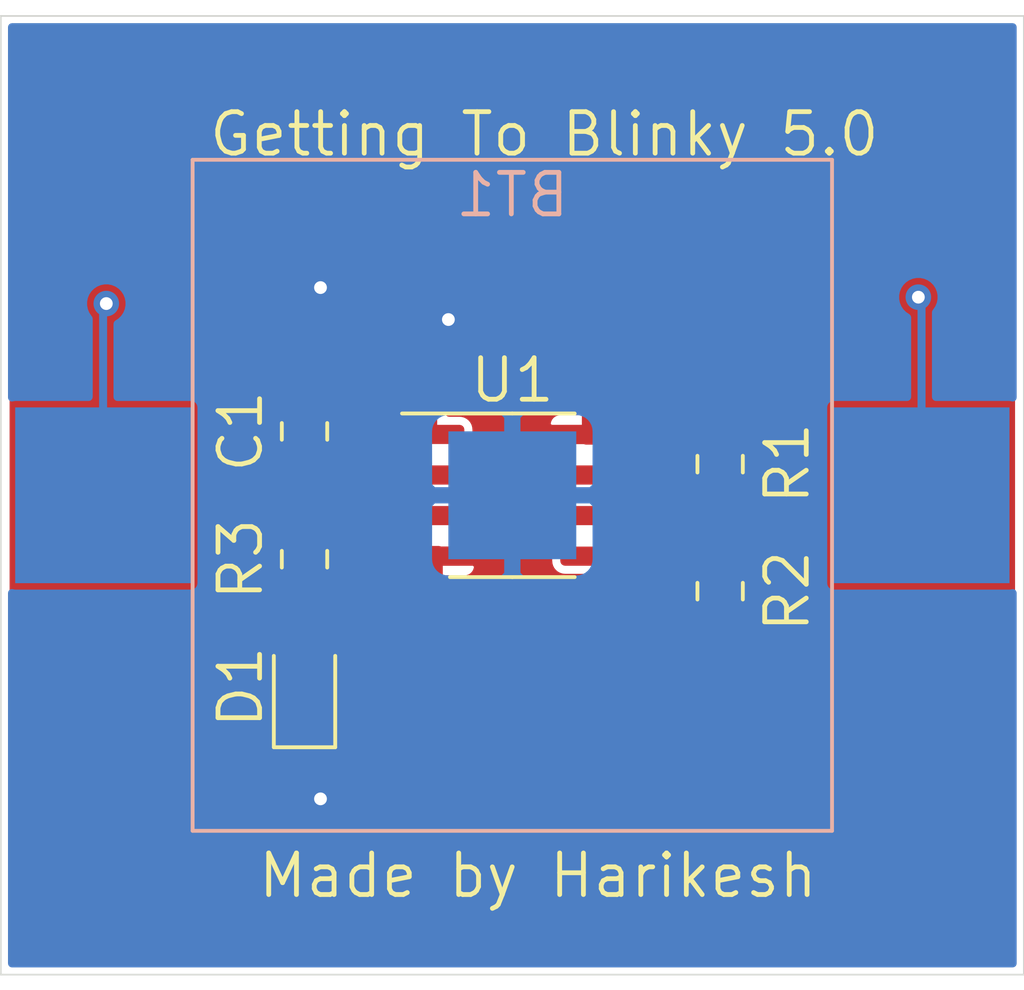
<source format=kicad_pcb>
(kicad_pcb (version 20171130) (host pcbnew "(5.1.6)-1")

  (general
    (thickness 1.6)
    (drawings 6)
    (tracks 35)
    (zones 0)
    (modules 7)
    (nets 8)
  )

  (page A4)
  (layers
    (0 F.Cu signal)
    (31 B.Cu signal)
    (32 B.Adhes user)
    (33 F.Adhes user)
    (34 B.Paste user)
    (35 F.Paste user)
    (36 B.SilkS user)
    (37 F.SilkS user)
    (38 B.Mask user)
    (39 F.Mask user)
    (40 Dwgs.User user)
    (41 Cmts.User user)
    (42 Eco1.User user)
    (43 Eco2.User user)
    (44 Edge.Cuts user)
    (45 Margin user)
    (46 B.CrtYd user)
    (47 F.CrtYd user)
    (48 B.Fab user)
    (49 F.Fab user)
  )

  (setup
    (last_trace_width 0.25)
    (trace_clearance 0.2)
    (zone_clearance 0.25)
    (zone_45_only no)
    (trace_min 0.2)
    (via_size 0.8)
    (via_drill 0.4)
    (via_min_size 0.4)
    (via_min_drill 0.3)
    (uvia_size 0.3)
    (uvia_drill 0.1)
    (uvias_allowed no)
    (uvia_min_size 0.2)
    (uvia_min_drill 0.1)
    (edge_width 0.05)
    (segment_width 0.2)
    (pcb_text_width 0.3)
    (pcb_text_size 1.5 1.5)
    (mod_edge_width 0.12)
    (mod_text_size 1.3 1.3)
    (mod_text_width 0.15)
    (pad_size 1.524 1.524)
    (pad_drill 0.762)
    (pad_to_mask_clearance 0.05)
    (aux_axis_origin 0 0)
    (visible_elements 7FFFFFFF)
    (pcbplotparams
      (layerselection 0x010fc_ffffffff)
      (usegerberextensions false)
      (usegerberattributes true)
      (usegerberadvancedattributes true)
      (creategerberjobfile true)
      (excludeedgelayer true)
      (linewidth 0.100000)
      (plotframeref false)
      (viasonmask false)
      (mode 1)
      (useauxorigin false)
      (hpglpennumber 1)
      (hpglpenspeed 20)
      (hpglpendiameter 15.000000)
      (psnegative false)
      (psa4output false)
      (plotreference true)
      (plotvalue false)
      (plotinvisibletext false)
      (padsonsilk false)
      (subtractmaskfromsilk false)
      (outputformat 1)
      (mirror false)
      (drillshape 0)
      (scaleselection 1)
      (outputdirectory "Gerbers/"))
  )

  (net 0 "")
  (net 1 "Net-(BT1-Pad1)")
  (net 2 GND)
  (net 3 "Net-(C1-Pad1)")
  (net 4 "Net-(D1-Pad2)")
  (net 5 "Net-(R1-Pad2)")
  (net 6 "Net-(R3-Pad1)")
  (net 7 "Net-(U1-Pad5)")

  (net_class Default "This is the default net class."
    (clearance 0.2)
    (trace_width 0.25)
    (via_dia 0.8)
    (via_drill 0.4)
    (uvia_dia 0.3)
    (uvia_drill 0.1)
    (add_net GND)
    (add_net "Net-(BT1-Pad1)")
    (add_net "Net-(C1-Pad1)")
    (add_net "Net-(D1-Pad2)")
    (add_net "Net-(R1-Pad2)")
    (add_net "Net-(R3-Pad1)")
    (add_net "Net-(U1-Pad5)")
  )

  (module Package_SO:SOIC-8_3.9x4.9mm_P1.27mm (layer F.Cu) (tedit 5D9F72B1) (tstamp 5F737343)
    (at 167 106.5)
    (descr "SOIC, 8 Pin (JEDEC MS-012AA, https://www.analog.com/media/en/package-pcb-resources/package/pkg_pdf/soic_narrow-r/r_8.pdf), generated with kicad-footprint-generator ipc_gullwing_generator.py")
    (tags "SOIC SO")
    (path /5F6A655F)
    (attr smd)
    (fp_text reference U1 (at 0 -3.6) (layer F.SilkS)
      (effects (font (size 1.3 1.3) (thickness 0.15)))
    )
    (fp_text value 7555 (at 0 3.4) (layer F.Fab) hide
      (effects (font (size 1 1) (thickness 0.15)))
    )
    (fp_line (start 3.7 -2.7) (end -3.7 -2.7) (layer F.CrtYd) (width 0.05))
    (fp_line (start 3.7 2.7) (end 3.7 -2.7) (layer F.CrtYd) (width 0.05))
    (fp_line (start -3.7 2.7) (end 3.7 2.7) (layer F.CrtYd) (width 0.05))
    (fp_line (start -3.7 -2.7) (end -3.7 2.7) (layer F.CrtYd) (width 0.05))
    (fp_line (start -1.95 -1.475) (end -0.975 -2.45) (layer F.Fab) (width 0.1))
    (fp_line (start -1.95 2.45) (end -1.95 -1.475) (layer F.Fab) (width 0.1))
    (fp_line (start 1.95 2.45) (end -1.95 2.45) (layer F.Fab) (width 0.1))
    (fp_line (start 1.95 -2.45) (end 1.95 2.45) (layer F.Fab) (width 0.1))
    (fp_line (start -0.975 -2.45) (end 1.95 -2.45) (layer F.Fab) (width 0.1))
    (fp_line (start 0 -2.56) (end -3.45 -2.56) (layer F.SilkS) (width 0.12))
    (fp_line (start 0 -2.56) (end 1.95 -2.56) (layer F.SilkS) (width 0.12))
    (fp_line (start 0 2.56) (end -1.95 2.56) (layer F.SilkS) (width 0.12))
    (fp_line (start 0 2.56) (end 1.95 2.56) (layer F.SilkS) (width 0.12))
    (fp_text user %R (at 0.215 0) (layer F.Fab)
      (effects (font (size 1 1) (thickness 0.15)))
    )
    (pad 1 smd roundrect (at -2.475 -1.905) (size 1.95 0.6) (layers F.Cu F.Paste F.Mask) (roundrect_rratio 0.25)
      (net 2 GND))
    (pad 2 smd roundrect (at -2.475 -0.635) (size 1.95 0.6) (layers F.Cu F.Paste F.Mask) (roundrect_rratio 0.25)
      (net 3 "Net-(C1-Pad1)"))
    (pad 3 smd roundrect (at -2.475 0.635) (size 1.95 0.6) (layers F.Cu F.Paste F.Mask) (roundrect_rratio 0.25)
      (net 6 "Net-(R3-Pad1)"))
    (pad 4 smd roundrect (at -2.475 1.905) (size 1.95 0.6) (layers F.Cu F.Paste F.Mask) (roundrect_rratio 0.25)
      (net 1 "Net-(BT1-Pad1)"))
    (pad 5 smd roundrect (at 2.475 1.905) (size 1.95 0.6) (layers F.Cu F.Paste F.Mask) (roundrect_rratio 0.25)
      (net 7 "Net-(U1-Pad5)"))
    (pad 6 smd roundrect (at 2.475 0.635) (size 1.95 0.6) (layers F.Cu F.Paste F.Mask) (roundrect_rratio 0.25)
      (net 3 "Net-(C1-Pad1)"))
    (pad 7 smd roundrect (at 2.475 -0.635) (size 1.95 0.6) (layers F.Cu F.Paste F.Mask) (roundrect_rratio 0.25)
      (net 5 "Net-(R1-Pad2)"))
    (pad 8 smd roundrect (at 2.475 -1.905) (size 1.95 0.6) (layers F.Cu F.Paste F.Mask) (roundrect_rratio 0.25)
      (net 1 "Net-(BT1-Pad1)"))
    (model ${KISYS3DMOD}/Package_SO.3dshapes/SOIC-8_3.9x4.9mm_P1.27mm.wrl
      (at (xyz 0 0 0))
      (scale (xyz 1 1 1))
      (rotate (xyz 0 0 0))
    )
  )

  (module Resistor_SMD:R_0805_2012Metric_Pad1.15x1.40mm_HandSolder (layer F.Cu) (tedit 5B36C52B) (tstamp 5F737329)
    (at 160.5 108.5 270)
    (descr "Resistor SMD 0805 (2012 Metric), square (rectangular) end terminal, IPC_7351 nominal with elongated pad for handsoldering. (Body size source: https://docs.google.com/spreadsheets/d/1BsfQQcO9C6DZCsRaXUlFlo91Tg2WpOkGARC1WS5S8t0/edit?usp=sharing), generated with kicad-footprint-generator")
    (tags "resistor handsolder")
    (path /5F6A75FE)
    (attr smd)
    (fp_text reference R3 (at 0 2 90) (layer F.SilkS)
      (effects (font (size 1.3 1.3) (thickness 0.15)))
    )
    (fp_text value 1k (at 0 1.65 90) (layer F.Fab) hide
      (effects (font (size 1 1) (thickness 0.15)))
    )
    (fp_text user %R (at 0 0 90) (layer F.Fab)
      (effects (font (size 1 1) (thickness 0.15)))
    )
    (fp_line (start -1 0.6) (end -1 -0.6) (layer F.Fab) (width 0.1))
    (fp_line (start -1 -0.6) (end 1 -0.6) (layer F.Fab) (width 0.1))
    (fp_line (start 1 -0.6) (end 1 0.6) (layer F.Fab) (width 0.1))
    (fp_line (start 1 0.6) (end -1 0.6) (layer F.Fab) (width 0.1))
    (fp_line (start -0.261252 -0.71) (end 0.261252 -0.71) (layer F.SilkS) (width 0.12))
    (fp_line (start -0.261252 0.71) (end 0.261252 0.71) (layer F.SilkS) (width 0.12))
    (fp_line (start -1.85 0.95) (end -1.85 -0.95) (layer F.CrtYd) (width 0.05))
    (fp_line (start -1.85 -0.95) (end 1.85 -0.95) (layer F.CrtYd) (width 0.05))
    (fp_line (start 1.85 -0.95) (end 1.85 0.95) (layer F.CrtYd) (width 0.05))
    (fp_line (start 1.85 0.95) (end -1.85 0.95) (layer F.CrtYd) (width 0.05))
    (pad 2 smd roundrect (at 1.025 0 270) (size 1.15 1.4) (layers F.Cu F.Paste F.Mask) (roundrect_rratio 0.217391)
      (net 4 "Net-(D1-Pad2)"))
    (pad 1 smd roundrect (at -1.025 0 270) (size 1.15 1.4) (layers F.Cu F.Paste F.Mask) (roundrect_rratio 0.217391)
      (net 6 "Net-(R3-Pad1)"))
    (model ${KISYS3DMOD}/Resistor_SMD.3dshapes/R_0805_2012Metric.wrl
      (at (xyz 0 0 0))
      (scale (xyz 1 1 1))
      (rotate (xyz 0 0 0))
    )
  )

  (module Resistor_SMD:R_0805_2012Metric_Pad1.15x1.40mm_HandSolder (layer F.Cu) (tedit 5B36C52B) (tstamp 5F737318)
    (at 173.5 109.5 270)
    (descr "Resistor SMD 0805 (2012 Metric), square (rectangular) end terminal, IPC_7351 nominal with elongated pad for handsoldering. (Body size source: https://docs.google.com/spreadsheets/d/1BsfQQcO9C6DZCsRaXUlFlo91Tg2WpOkGARC1WS5S8t0/edit?usp=sharing), generated with kicad-footprint-generator")
    (tags "resistor handsolder")
    (path /5F6A738F)
    (attr smd)
    (fp_text reference R2 (at 0 -2.1 90) (layer F.SilkS)
      (effects (font (size 1.3 1.3) (thickness 0.15)))
    )
    (fp_text value 470k (at 0 1.65 90) (layer F.Fab) hide
      (effects (font (size 1 1) (thickness 0.15)))
    )
    (fp_text user %R (at 0 0 90) (layer F.Fab)
      (effects (font (size 1 1) (thickness 0.15)))
    )
    (fp_line (start -1 0.6) (end -1 -0.6) (layer F.Fab) (width 0.1))
    (fp_line (start -1 -0.6) (end 1 -0.6) (layer F.Fab) (width 0.1))
    (fp_line (start 1 -0.6) (end 1 0.6) (layer F.Fab) (width 0.1))
    (fp_line (start 1 0.6) (end -1 0.6) (layer F.Fab) (width 0.1))
    (fp_line (start -0.261252 -0.71) (end 0.261252 -0.71) (layer F.SilkS) (width 0.12))
    (fp_line (start -0.261252 0.71) (end 0.261252 0.71) (layer F.SilkS) (width 0.12))
    (fp_line (start -1.85 0.95) (end -1.85 -0.95) (layer F.CrtYd) (width 0.05))
    (fp_line (start -1.85 -0.95) (end 1.85 -0.95) (layer F.CrtYd) (width 0.05))
    (fp_line (start 1.85 -0.95) (end 1.85 0.95) (layer F.CrtYd) (width 0.05))
    (fp_line (start 1.85 0.95) (end -1.85 0.95) (layer F.CrtYd) (width 0.05))
    (pad 2 smd roundrect (at 1.025 0 270) (size 1.15 1.4) (layers F.Cu F.Paste F.Mask) (roundrect_rratio 0.217391)
      (net 3 "Net-(C1-Pad1)"))
    (pad 1 smd roundrect (at -1.025 0 270) (size 1.15 1.4) (layers F.Cu F.Paste F.Mask) (roundrect_rratio 0.217391)
      (net 5 "Net-(R1-Pad2)"))
    (model ${KISYS3DMOD}/Resistor_SMD.3dshapes/R_0805_2012Metric.wrl
      (at (xyz 0 0 0))
      (scale (xyz 1 1 1))
      (rotate (xyz 0 0 0))
    )
  )

  (module Resistor_SMD:R_0805_2012Metric_Pad1.15x1.40mm_HandSolder (layer F.Cu) (tedit 5B36C52B) (tstamp 5F737307)
    (at 173.5 105.525 270)
    (descr "Resistor SMD 0805 (2012 Metric), square (rectangular) end terminal, IPC_7351 nominal with elongated pad for handsoldering. (Body size source: https://docs.google.com/spreadsheets/d/1BsfQQcO9C6DZCsRaXUlFlo91Tg2WpOkGARC1WS5S8t0/edit?usp=sharing), generated with kicad-footprint-generator")
    (tags "resistor handsolder")
    (path /5F6A714D)
    (attr smd)
    (fp_text reference R1 (at -0.025 -2.1 90) (layer F.SilkS)
      (effects (font (size 1.3 1.3) (thickness 0.15)))
    )
    (fp_text value 1k (at 0 1.65 90) (layer F.Fab) hide
      (effects (font (size 1 1) (thickness 0.15)))
    )
    (fp_text user %R (at 0 0 90) (layer F.Fab)
      (effects (font (size 1 1) (thickness 0.15)))
    )
    (fp_line (start -1 0.6) (end -1 -0.6) (layer F.Fab) (width 0.1))
    (fp_line (start -1 -0.6) (end 1 -0.6) (layer F.Fab) (width 0.1))
    (fp_line (start 1 -0.6) (end 1 0.6) (layer F.Fab) (width 0.1))
    (fp_line (start 1 0.6) (end -1 0.6) (layer F.Fab) (width 0.1))
    (fp_line (start -0.261252 -0.71) (end 0.261252 -0.71) (layer F.SilkS) (width 0.12))
    (fp_line (start -0.261252 0.71) (end 0.261252 0.71) (layer F.SilkS) (width 0.12))
    (fp_line (start -1.85 0.95) (end -1.85 -0.95) (layer F.CrtYd) (width 0.05))
    (fp_line (start -1.85 -0.95) (end 1.85 -0.95) (layer F.CrtYd) (width 0.05))
    (fp_line (start 1.85 -0.95) (end 1.85 0.95) (layer F.CrtYd) (width 0.05))
    (fp_line (start 1.85 0.95) (end -1.85 0.95) (layer F.CrtYd) (width 0.05))
    (pad 2 smd roundrect (at 1.025 0 270) (size 1.15 1.4) (layers F.Cu F.Paste F.Mask) (roundrect_rratio 0.217391)
      (net 5 "Net-(R1-Pad2)"))
    (pad 1 smd roundrect (at -1.025 0 270) (size 1.15 1.4) (layers F.Cu F.Paste F.Mask) (roundrect_rratio 0.217391)
      (net 1 "Net-(BT1-Pad1)"))
    (model ${KISYS3DMOD}/Resistor_SMD.3dshapes/R_0805_2012Metric.wrl
      (at (xyz 0 0 0))
      (scale (xyz 1 1 1))
      (rotate (xyz 0 0 0))
    )
  )

  (module LED_SMD:LED_0805_2012Metric_Pad1.15x1.40mm_HandSolder (layer F.Cu) (tedit 5B4B45C9) (tstamp 5F7372F6)
    (at 160.5 112.525 90)
    (descr "LED SMD 0805 (2012 Metric), square (rectangular) end terminal, IPC_7351 nominal, (Body size source: https://docs.google.com/spreadsheets/d/1BsfQQcO9C6DZCsRaXUlFlo91Tg2WpOkGARC1WS5S8t0/edit?usp=sharing), generated with kicad-footprint-generator")
    (tags "LED handsolder")
    (path /5F6A82E5)
    (attr smd)
    (fp_text reference D1 (at 0.025 -2 90) (layer F.SilkS)
      (effects (font (size 1.3 1.3) (thickness 0.15)))
    )
    (fp_text value LED (at 0 1.65 90) (layer F.Fab) hide
      (effects (font (size 1 1) (thickness 0.15)))
    )
    (fp_text user %R (at 0 0 90) (layer F.Fab)
      (effects (font (size 1 1) (thickness 0.15)))
    )
    (fp_line (start 1 -0.6) (end -0.7 -0.6) (layer F.Fab) (width 0.1))
    (fp_line (start -0.7 -0.6) (end -1 -0.3) (layer F.Fab) (width 0.1))
    (fp_line (start -1 -0.3) (end -1 0.6) (layer F.Fab) (width 0.1))
    (fp_line (start -1 0.6) (end 1 0.6) (layer F.Fab) (width 0.1))
    (fp_line (start 1 0.6) (end 1 -0.6) (layer F.Fab) (width 0.1))
    (fp_line (start 1 -0.96) (end -1.86 -0.96) (layer F.SilkS) (width 0.12))
    (fp_line (start -1.86 -0.96) (end -1.86 0.96) (layer F.SilkS) (width 0.12))
    (fp_line (start -1.86 0.96) (end 1 0.96) (layer F.SilkS) (width 0.12))
    (fp_line (start -1.85 0.95) (end -1.85 -0.95) (layer F.CrtYd) (width 0.05))
    (fp_line (start -1.85 -0.95) (end 1.85 -0.95) (layer F.CrtYd) (width 0.05))
    (fp_line (start 1.85 -0.95) (end 1.85 0.95) (layer F.CrtYd) (width 0.05))
    (fp_line (start 1.85 0.95) (end -1.85 0.95) (layer F.CrtYd) (width 0.05))
    (pad 2 smd roundrect (at 1.025 0 90) (size 1.15 1.4) (layers F.Cu F.Paste F.Mask) (roundrect_rratio 0.217391)
      (net 4 "Net-(D1-Pad2)"))
    (pad 1 smd roundrect (at -1.025 0 90) (size 1.15 1.4) (layers F.Cu F.Paste F.Mask) (roundrect_rratio 0.217391)
      (net 2 GND))
    (model ${KISYS3DMOD}/LED_SMD.3dshapes/LED_0805_2012Metric.wrl
      (at (xyz 0 0 0))
      (scale (xyz 1 1 1))
      (rotate (xyz 0 0 0))
    )
  )

  (module Capacitor_SMD:C_0805_2012Metric_Pad1.15x1.40mm_HandSolder (layer F.Cu) (tedit 5B36C52B) (tstamp 5F7372E3)
    (at 160.5 104.5 90)
    (descr "Capacitor SMD 0805 (2012 Metric), square (rectangular) end terminal, IPC_7351 nominal with elongated pad for handsoldering. (Body size source: https://docs.google.com/spreadsheets/d/1BsfQQcO9C6DZCsRaXUlFlo91Tg2WpOkGARC1WS5S8t0/edit?usp=sharing), generated with kicad-footprint-generator")
    (tags "capacitor handsolder")
    (path /5F6A7C2D)
    (attr smd)
    (fp_text reference C1 (at 0 -2 90) (layer F.SilkS)
      (effects (font (size 1.3 1.3) (thickness 0.15)))
    )
    (fp_text value 1U (at 0 1.65 90) (layer F.Fab) hide
      (effects (font (size 1 1) (thickness 0.15)))
    )
    (fp_text user %R (at 0 0 90) (layer F.Fab)
      (effects (font (size 1 1) (thickness 0.15)))
    )
    (fp_line (start -1 0.6) (end -1 -0.6) (layer F.Fab) (width 0.1))
    (fp_line (start -1 -0.6) (end 1 -0.6) (layer F.Fab) (width 0.1))
    (fp_line (start 1 -0.6) (end 1 0.6) (layer F.Fab) (width 0.1))
    (fp_line (start 1 0.6) (end -1 0.6) (layer F.Fab) (width 0.1))
    (fp_line (start -0.261252 -0.71) (end 0.261252 -0.71) (layer F.SilkS) (width 0.12))
    (fp_line (start -0.261252 0.71) (end 0.261252 0.71) (layer F.SilkS) (width 0.12))
    (fp_line (start -1.85 0.95) (end -1.85 -0.95) (layer F.CrtYd) (width 0.05))
    (fp_line (start -1.85 -0.95) (end 1.85 -0.95) (layer F.CrtYd) (width 0.05))
    (fp_line (start 1.85 -0.95) (end 1.85 0.95) (layer F.CrtYd) (width 0.05))
    (fp_line (start 1.85 0.95) (end -1.85 0.95) (layer F.CrtYd) (width 0.05))
    (pad 2 smd roundrect (at 1.025 0 90) (size 1.15 1.4) (layers F.Cu F.Paste F.Mask) (roundrect_rratio 0.217391)
      (net 2 GND))
    (pad 1 smd roundrect (at -1.025 0 90) (size 1.15 1.4) (layers F.Cu F.Paste F.Mask) (roundrect_rratio 0.217391)
      (net 3 "Net-(C1-Pad1)"))
    (model ${KISYS3DMOD}/Capacitor_SMD.3dshapes/C_0805_2012Metric.wrl
      (at (xyz 0 0 0))
      (scale (xyz 1 1 1))
      (rotate (xyz 0 0 0))
    )
  )

  (module "First time PCB:S8211-46R" (layer B.Cu) (tedit 5F735C8A) (tstamp 5F7373DD)
    (at 167 106.5)
    (path /5F6A9289)
    (fp_text reference BT1 (at 0 -9.4) (layer B.SilkS)
      (effects (font (size 1.3 1.3) (thickness 0.15)) (justify mirror))
    )
    (fp_text value CR2032 (at 0 5.08) (layer B.Fab) hide
      (effects (font (size 1 1) (thickness 0.15)) (justify mirror))
    )
    (fp_line (start -10 10.5) (end 10 10.5) (layer B.SilkS) (width 0.12))
    (fp_line (start 10 10.5) (end 10 -10.5) (layer B.SilkS) (width 0.12))
    (fp_line (start 10 -10.5) (end -10 -10.5) (layer B.SilkS) (width 0.12))
    (fp_line (start -10 -10.5) (end -10 10.5) (layer B.SilkS) (width 0.12))
    (fp_line (start -15.5 0) (end -15.5 13.5) (layer B.CrtYd) (width 0.12))
    (fp_line (start -15.5 13.5) (end 15.5 13.5) (layer B.CrtYd) (width 0.12))
    (fp_line (start 15.5 13.5) (end 15.5 -13.5) (layer B.CrtYd) (width 0.12))
    (fp_line (start 15.5 -13.5) (end -15.5 -13.5) (layer B.CrtYd) (width 0.12))
    (fp_line (start -15.5 -13.5) (end -15.5 0) (layer B.CrtYd) (width 0.12))
    (pad 1 smd rect (at 12.8 0) (size 5.5 5.5) (layers B.Cu B.Paste B.Mask)
      (net 1 "Net-(BT1-Pad1)"))
    (pad 2 smd rect (at 0 0) (size 4 4) (layers B.Cu B.Paste B.Mask)
      (net 2 GND))
    (pad 1 smd rect (at -12.8 0) (size 5.5 5.5) (layers B.Cu B.Paste B.Mask)
      (net 1 "Net-(BT1-Pad1)"))
  )

  (gr_text "Made by Harikesh\n" (at 167.8 118.4) (layer F.SilkS)
    (effects (font (size 1.3 1.3) (thickness 0.15)))
  )
  (gr_text "Getting To Blinky 5.0\n" (at 168 95.2) (layer F.SilkS)
    (effects (font (size 1.3 1.3) (thickness 0.15)))
  )
  (gr_line (start 183 91.5) (end 151 91.5) (layer Edge.Cuts) (width 0.05) (tstamp 5F7374D2))
  (gr_line (start 183 121.5) (end 183 91.5) (layer Edge.Cuts) (width 0.05))
  (gr_line (start 151 121.5) (end 183 121.5) (layer Edge.Cuts) (width 0.05))
  (gr_line (start 151 91.5) (end 151 121.5) (layer Edge.Cuts) (width 0.05))

  (segment (start 173.405 104.595) (end 173.5 104.5) (width 0.25) (layer F.Cu) (net 1))
  (segment (start 169.475 104.595) (end 173.405 104.595) (width 0.25) (layer F.Cu) (net 1))
  (segment (start 154.2 106.5) (end 154.2 100.6) (width 0.25) (layer B.Cu) (net 1))
  (via (at 154.3 100.5) (size 0.8) (drill 0.4) (layers F.Cu B.Cu) (net 1))
  (segment (start 154.2 100.6) (end 154.3 100.5) (width 0.25) (layer B.Cu) (net 1))
  (via (at 179.7 100.3) (size 0.8) (drill 0.4) (layers F.Cu B.Cu) (net 1))
  (segment (start 179.8 106.5) (end 179.8 100.4) (width 0.25) (layer B.Cu) (net 1))
  (segment (start 179.8 100.4) (end 179.7 100.3) (width 0.25) (layer B.Cu) (net 1))
  (via (at 161 116) (size 0.8) (drill 0.4) (layers F.Cu B.Cu) (net 2))
  (segment (start 160.5 113.55) (end 160.5 115.5) (width 0.25) (layer F.Cu) (net 2))
  (segment (start 160.5 115.5) (end 161 116) (width 0.25) (layer F.Cu) (net 2))
  (segment (start 167 110) (end 167 106.5) (width 0.25) (layer B.Cu) (net 2))
  (segment (start 161 116) (end 167 110) (width 0.25) (layer B.Cu) (net 2))
  (segment (start 160.5 103.475) (end 160.5 100.5) (width 0.25) (layer F.Cu) (net 2))
  (via (at 161 100) (size 0.8) (drill 0.4) (layers F.Cu B.Cu) (net 2))
  (segment (start 160.5 100.5) (end 161 100) (width 0.25) (layer F.Cu) (net 2))
  (via (at 165 101) (size 0.8) (drill 0.4) (layers F.Cu B.Cu) (net 2))
  (segment (start 164.525 104.595) (end 164.525 101.475) (width 0.25) (layer F.Cu) (net 2))
  (segment (start 164.525 101.475) (end 165 101) (width 0.25) (layer F.Cu) (net 2))
  (segment (start 160.5 105.525) (end 161.725 105.525) (width 0.25) (layer F.Cu) (net 3))
  (segment (start 162.065 105.865) (end 164.525 105.865) (width 0.25) (layer F.Cu) (net 3))
  (segment (start 161.725 105.525) (end 162.065 105.865) (width 0.25) (layer F.Cu) (net 3))
  (segment (start 173.5 110.185) (end 173.5 110.525) (width 0.25) (layer F.Cu) (net 3))
  (segment (start 170.45 107.135) (end 173.5 110.185) (width 0.25) (layer F.Cu) (net 3))
  (segment (start 169.475 107.135) (end 170.45 107.135) (width 0.25) (layer F.Cu) (net 3))
  (segment (start 166.77 107.135) (end 169.475 107.135) (width 0.25) (layer F.Cu) (net 3))
  (segment (start 165.5 105.865) (end 166.77 107.135) (width 0.25) (layer F.Cu) (net 3))
  (segment (start 164.525 105.865) (end 165.5 105.865) (width 0.25) (layer F.Cu) (net 3))
  (segment (start 160.5 109.525) (end 160.5 111.5) (width 0.25) (layer F.Cu) (net 4))
  (segment (start 172.815 105.865) (end 173.5 106.55) (width 0.25) (layer F.Cu) (net 5))
  (segment (start 169.475 105.865) (end 172.815 105.865) (width 0.25) (layer F.Cu) (net 5))
  (segment (start 173.5 106.55) (end 173.5 108.475) (width 0.25) (layer F.Cu) (net 5))
  (segment (start 160.5 107.475) (end 161.575 107.475) (width 0.25) (layer F.Cu) (net 6))
  (segment (start 161.915 107.135) (end 164.525 107.135) (width 0.25) (layer F.Cu) (net 6))
  (segment (start 161.575 107.475) (end 161.915 107.135) (width 0.25) (layer F.Cu) (net 6))

  (zone (net 1) (net_name "Net-(BT1-Pad1)") (layer F.Cu) (tstamp 5F73809B) (hatch edge 0.508)
    (connect_pads (clearance 0.25))
    (min_thickness 0.25)
    (fill yes (arc_segments 32) (thermal_gap 0.3) (thermal_bridge_width 0.6))
    (polygon
      (pts
        (xy 183 122) (xy 151 122) (xy 151 91) (xy 183 91)
      )
    )
    (filled_polygon
      (pts
        (xy 182.6 121.1) (xy 151.4 121.1) (xy 151.4 113.224999) (xy 159.423186 113.224999) (xy 159.423186 113.875001)
        (xy 159.43523 113.997286) (xy 159.470899 114.114872) (xy 159.528823 114.22324) (xy 159.606775 114.318225) (xy 159.70176 114.396177)
        (xy 159.810128 114.454101) (xy 159.927714 114.48977) (xy 160 114.49689) (xy 160.000001 115.47543) (xy 159.997581 115.5)
        (xy 160.007235 115.598017) (xy 160.035826 115.692267) (xy 160.082255 115.779129) (xy 160.144737 115.855264) (xy 160.163819 115.870924)
        (xy 160.225 115.932105) (xy 160.225 116.076331) (xy 160.254783 116.226059) (xy 160.313204 116.3671) (xy 160.398018 116.494034)
        (xy 160.505966 116.601982) (xy 160.6329 116.686796) (xy 160.773941 116.745217) (xy 160.923669 116.775) (xy 161.076331 116.775)
        (xy 161.226059 116.745217) (xy 161.3671 116.686796) (xy 161.494034 116.601982) (xy 161.601982 116.494034) (xy 161.686796 116.3671)
        (xy 161.745217 116.226059) (xy 161.775 116.076331) (xy 161.775 115.923669) (xy 161.745217 115.773941) (xy 161.686796 115.6329)
        (xy 161.601982 115.505966) (xy 161.494034 115.398018) (xy 161.3671 115.313204) (xy 161.226059 115.254783) (xy 161.076331 115.225)
        (xy 161 115.225) (xy 161 114.49689) (xy 161.072286 114.48977) (xy 161.189872 114.454101) (xy 161.29824 114.396177)
        (xy 161.393225 114.318225) (xy 161.471177 114.22324) (xy 161.529101 114.114872) (xy 161.56477 113.997286) (xy 161.576814 113.875001)
        (xy 161.576814 113.224999) (xy 161.56477 113.102714) (xy 161.529101 112.985128) (xy 161.471177 112.87676) (xy 161.393225 112.781775)
        (xy 161.29824 112.703823) (xy 161.189872 112.645899) (xy 161.072286 112.61023) (xy 160.950001 112.598186) (xy 160.049999 112.598186)
        (xy 159.927714 112.61023) (xy 159.810128 112.645899) (xy 159.70176 112.703823) (xy 159.606775 112.781775) (xy 159.528823 112.87676)
        (xy 159.470899 112.985128) (xy 159.43523 113.102714) (xy 159.423186 113.224999) (xy 151.4 113.224999) (xy 151.4 109.199999)
        (xy 159.423186 109.199999) (xy 159.423186 109.850001) (xy 159.43523 109.972286) (xy 159.470899 110.089872) (xy 159.528823 110.19824)
        (xy 159.606775 110.293225) (xy 159.70176 110.371177) (xy 159.810128 110.429101) (xy 159.927714 110.46477) (xy 160 110.47189)
        (xy 160.000001 110.55311) (xy 159.927714 110.56023) (xy 159.810128 110.595899) (xy 159.70176 110.653823) (xy 159.606775 110.731775)
        (xy 159.528823 110.82676) (xy 159.470899 110.935128) (xy 159.43523 111.052714) (xy 159.423186 111.174999) (xy 159.423186 111.825001)
        (xy 159.43523 111.947286) (xy 159.470899 112.064872) (xy 159.528823 112.17324) (xy 159.606775 112.268225) (xy 159.70176 112.346177)
        (xy 159.810128 112.404101) (xy 159.927714 112.43977) (xy 160.049999 112.451814) (xy 160.950001 112.451814) (xy 161.072286 112.43977)
        (xy 161.189872 112.404101) (xy 161.29824 112.346177) (xy 161.393225 112.268225) (xy 161.471177 112.17324) (xy 161.529101 112.064872)
        (xy 161.56477 111.947286) (xy 161.576814 111.825001) (xy 161.576814 111.174999) (xy 161.56477 111.052714) (xy 161.529101 110.935128)
        (xy 161.471177 110.82676) (xy 161.393225 110.731775) (xy 161.29824 110.653823) (xy 161.189872 110.595899) (xy 161.072286 110.56023)
        (xy 161 110.55311) (xy 161 110.47189) (xy 161.072286 110.46477) (xy 161.189872 110.429101) (xy 161.29824 110.371177)
        (xy 161.393225 110.293225) (xy 161.471177 110.19824) (xy 161.529101 110.089872) (xy 161.56477 109.972286) (xy 161.576814 109.850001)
        (xy 161.576814 109.199999) (xy 161.56477 109.077714) (xy 161.529101 108.960128) (xy 161.471177 108.85176) (xy 161.393225 108.756775)
        (xy 161.330137 108.705) (xy 163.122944 108.705) (xy 163.13115 108.788314) (xy 163.155452 108.868427) (xy 163.194916 108.94226)
        (xy 163.248026 109.006974) (xy 163.31274 109.060084) (xy 163.386573 109.099548) (xy 163.466686 109.12385) (xy 163.55 109.132056)
        (xy 164.24375 109.13) (xy 164.35 109.02375) (xy 164.35 108.58) (xy 164.7 108.58) (xy 164.7 109.02375)
        (xy 164.80625 109.13) (xy 165.5 109.132056) (xy 165.583314 109.12385) (xy 165.663427 109.099548) (xy 165.73726 109.060084)
        (xy 165.801974 109.006974) (xy 165.855084 108.94226) (xy 165.894548 108.868427) (xy 165.91885 108.788314) (xy 165.927056 108.705)
        (xy 165.925 108.68625) (xy 165.81875 108.58) (xy 164.7 108.58) (xy 164.35 108.58) (xy 163.23125 108.58)
        (xy 163.125 108.68625) (xy 163.122944 108.705) (xy 161.330137 108.705) (xy 161.29824 108.678823) (xy 161.189872 108.620899)
        (xy 161.072286 108.58523) (xy 160.950001 108.573186) (xy 160.049999 108.573186) (xy 159.927714 108.58523) (xy 159.810128 108.620899)
        (xy 159.70176 108.678823) (xy 159.606775 108.756775) (xy 159.528823 108.85176) (xy 159.470899 108.960128) (xy 159.43523 109.077714)
        (xy 159.423186 109.199999) (xy 151.4 109.199999) (xy 151.4 105.199999) (xy 159.423186 105.199999) (xy 159.423186 105.850001)
        (xy 159.43523 105.972286) (xy 159.470899 106.089872) (xy 159.528823 106.19824) (xy 159.606775 106.293225) (xy 159.70176 106.371177)
        (xy 159.810128 106.429101) (xy 159.927714 106.46477) (xy 160.049999 106.476814) (xy 160.950001 106.476814) (xy 161.072286 106.46477)
        (xy 161.189872 106.429101) (xy 161.29824 106.371177) (xy 161.393225 106.293225) (xy 161.471177 106.19824) (xy 161.529101 106.089872)
        (xy 161.541591 106.048697) (xy 161.694079 106.201186) (xy 161.709736 106.220264) (xy 161.785871 106.282746) (xy 161.872733 106.329175)
        (xy 161.966871 106.357731) (xy 161.966983 106.357765) (xy 162.065 106.367419) (xy 162.08956 106.365) (xy 163.309009 106.365)
        (xy 163.327486 106.387514) (xy 163.407318 106.45303) (xy 163.495192 106.5) (xy 163.407318 106.54697) (xy 163.327486 106.612486)
        (xy 163.309009 106.635) (xy 161.93956 106.635) (xy 161.915 106.632581) (xy 161.89044 106.635) (xy 161.816983 106.642235)
        (xy 161.722733 106.670825) (xy 161.635871 106.717254) (xy 161.559736 106.779736) (xy 161.544081 106.798812) (xy 161.495545 106.847349)
        (xy 161.471177 106.80176) (xy 161.393225 106.706775) (xy 161.29824 106.628823) (xy 161.189872 106.570899) (xy 161.072286 106.53523)
        (xy 160.950001 106.523186) (xy 160.049999 106.523186) (xy 159.927714 106.53523) (xy 159.810128 106.570899) (xy 159.70176 106.628823)
        (xy 159.606775 106.706775) (xy 159.528823 106.80176) (xy 159.470899 106.910128) (xy 159.43523 107.027714) (xy 159.423186 107.149999)
        (xy 159.423186 107.800001) (xy 159.43523 107.922286) (xy 159.470899 108.039872) (xy 159.528823 108.14824) (xy 159.606775 108.243225)
        (xy 159.70176 108.321177) (xy 159.810128 108.379101) (xy 159.927714 108.41477) (xy 160.049999 108.426814) (xy 160.950001 108.426814)
        (xy 161.072286 108.41477) (xy 161.189872 108.379101) (xy 161.29824 108.321177) (xy 161.393225 108.243225) (xy 161.471177 108.14824)
        (xy 161.529101 108.039872) (xy 161.54878 107.975) (xy 161.55044 107.975) (xy 161.575 107.977419) (xy 161.59956 107.975)
        (xy 161.673017 107.967765) (xy 161.767267 107.939175) (xy 161.854129 107.892746) (xy 161.930264 107.830264) (xy 161.945928 107.811177)
        (xy 162.122106 107.635) (xy 163.309009 107.635) (xy 163.327486 107.657514) (xy 163.390529 107.709252) (xy 163.386573 107.710452)
        (xy 163.31274 107.749916) (xy 163.248026 107.803026) (xy 163.194916 107.86774) (xy 163.155452 107.941573) (xy 163.13115 108.021686)
        (xy 163.122944 108.105) (xy 163.125 108.12375) (xy 163.23125 108.23) (xy 164.35 108.23) (xy 164.35 108.21)
        (xy 164.7 108.21) (xy 164.7 108.23) (xy 165.81875 108.23) (xy 165.925 108.12375) (xy 165.927056 108.105)
        (xy 165.91885 108.021686) (xy 165.894548 107.941573) (xy 165.855084 107.86774) (xy 165.801974 107.803026) (xy 165.73726 107.749916)
        (xy 165.663427 107.710452) (xy 165.659471 107.709252) (xy 165.722514 107.657514) (xy 165.78803 107.577682) (xy 165.836713 107.486603)
        (xy 165.866691 107.387776) (xy 165.876814 107.285) (xy 165.876814 106.985) (xy 165.872872 106.944978) (xy 166.399079 107.471186)
        (xy 166.414736 107.490264) (xy 166.490871 107.552746) (xy 166.577733 107.599175) (xy 166.671983 107.627765) (xy 166.74544 107.635)
        (xy 166.745441 107.635) (xy 166.769999 107.637419) (xy 166.794557 107.635) (xy 168.259009 107.635) (xy 168.277486 107.657514)
        (xy 168.357318 107.72303) (xy 168.445192 107.77) (xy 168.357318 107.81697) (xy 168.277486 107.882486) (xy 168.21197 107.962318)
        (xy 168.163287 108.053397) (xy 168.133309 108.152224) (xy 168.123186 108.255) (xy 168.123186 108.555) (xy 168.133309 108.657776)
        (xy 168.163287 108.756603) (xy 168.21197 108.847682) (xy 168.277486 108.927514) (xy 168.357318 108.99303) (xy 168.448397 109.041713)
        (xy 168.547224 109.071691) (xy 168.65 109.081814) (xy 170.3 109.081814) (xy 170.402776 109.071691) (xy 170.501603 109.041713)
        (xy 170.592682 108.99303) (xy 170.672514 108.927514) (xy 170.73803 108.847682) (xy 170.786713 108.756603) (xy 170.816691 108.657776)
        (xy 170.826814 108.555) (xy 170.826814 108.255) (xy 170.822872 108.214977) (xy 172.504729 109.896836) (xy 172.470899 109.960128)
        (xy 172.43523 110.077714) (xy 172.423186 110.199999) (xy 172.423186 110.850001) (xy 172.43523 110.972286) (xy 172.470899 111.089872)
        (xy 172.528823 111.19824) (xy 172.606775 111.293225) (xy 172.70176 111.371177) (xy 172.810128 111.429101) (xy 172.927714 111.46477)
        (xy 173.049999 111.476814) (xy 173.950001 111.476814) (xy 174.072286 111.46477) (xy 174.189872 111.429101) (xy 174.29824 111.371177)
        (xy 174.393225 111.293225) (xy 174.471177 111.19824) (xy 174.529101 111.089872) (xy 174.56477 110.972286) (xy 174.576814 110.850001)
        (xy 174.576814 110.199999) (xy 174.56477 110.077714) (xy 174.529101 109.960128) (xy 174.471177 109.85176) (xy 174.393225 109.756775)
        (xy 174.29824 109.678823) (xy 174.189872 109.620899) (xy 174.072286 109.58523) (xy 173.950001 109.573186) (xy 173.595293 109.573186)
        (xy 173.448921 109.426814) (xy 173.950001 109.426814) (xy 174.072286 109.41477) (xy 174.189872 109.379101) (xy 174.29824 109.321177)
        (xy 174.393225 109.243225) (xy 174.471177 109.14824) (xy 174.529101 109.039872) (xy 174.56477 108.922286) (xy 174.576814 108.800001)
        (xy 174.576814 108.149999) (xy 174.56477 108.027714) (xy 174.529101 107.910128) (xy 174.471177 107.80176) (xy 174.393225 107.706775)
        (xy 174.29824 107.628823) (xy 174.189872 107.570899) (xy 174.072286 107.53523) (xy 174 107.52811) (xy 174 107.49689)
        (xy 174.072286 107.48977) (xy 174.189872 107.454101) (xy 174.29824 107.396177) (xy 174.393225 107.318225) (xy 174.471177 107.22324)
        (xy 174.529101 107.114872) (xy 174.56477 106.997286) (xy 174.576814 106.875001) (xy 174.576814 106.224999) (xy 174.56477 106.102714)
        (xy 174.529101 105.985128) (xy 174.471177 105.87676) (xy 174.393225 105.781775) (xy 174.29824 105.703823) (xy 174.189872 105.645899)
        (xy 174.072286 105.61023) (xy 173.950001 105.598186) (xy 173.255291 105.598186) (xy 173.185929 105.528824) (xy 173.170264 105.509736)
        (xy 173.158759 105.500295) (xy 173.21875 105.5) (xy 173.325 105.39375) (xy 173.325 104.675) (xy 173.675 104.675)
        (xy 173.675 105.39375) (xy 173.78125 105.5) (xy 174.2 105.502056) (xy 174.283314 105.49385) (xy 174.363427 105.469548)
        (xy 174.43726 105.430084) (xy 174.501974 105.376974) (xy 174.555084 105.31226) (xy 174.594548 105.238427) (xy 174.61885 105.158314)
        (xy 174.627056 105.075) (xy 174.625 104.78125) (xy 174.51875 104.675) (xy 173.675 104.675) (xy 173.325 104.675)
        (xy 172.48125 104.675) (xy 172.375 104.78125) (xy 172.372944 105.075) (xy 172.38115 105.158314) (xy 172.405452 105.238427)
        (xy 172.444916 105.31226) (xy 172.488199 105.365) (xy 170.690991 105.365) (xy 170.672514 105.342486) (xy 170.609471 105.290748)
        (xy 170.613427 105.289548) (xy 170.68726 105.250084) (xy 170.751974 105.196974) (xy 170.805084 105.13226) (xy 170.844548 105.058427)
        (xy 170.86885 104.978314) (xy 170.877056 104.895) (xy 170.875 104.87625) (xy 170.76875 104.77) (xy 169.65 104.77)
        (xy 169.65 104.79) (xy 169.3 104.79) (xy 169.3 104.77) (xy 168.18125 104.77) (xy 168.075 104.87625)
        (xy 168.072944 104.895) (xy 168.08115 104.978314) (xy 168.105452 105.058427) (xy 168.144916 105.13226) (xy 168.198026 105.196974)
        (xy 168.26274 105.250084) (xy 168.336573 105.289548) (xy 168.340529 105.290748) (xy 168.277486 105.342486) (xy 168.21197 105.422318)
        (xy 168.163287 105.513397) (xy 168.133309 105.612224) (xy 168.123186 105.715) (xy 168.123186 106.015) (xy 168.133309 106.117776)
        (xy 168.163287 106.216603) (xy 168.21197 106.307682) (xy 168.277486 106.387514) (xy 168.357318 106.45303) (xy 168.445192 106.5)
        (xy 168.357318 106.54697) (xy 168.277486 106.612486) (xy 168.259009 106.635) (xy 166.977107 106.635) (xy 165.870929 105.528824)
        (xy 165.855264 105.509736) (xy 165.81873 105.479754) (xy 165.78803 105.422318) (xy 165.722514 105.342486) (xy 165.642682 105.27697)
        (xy 165.554808 105.23) (xy 165.642682 105.18303) (xy 165.722514 105.117514) (xy 165.78803 105.037682) (xy 165.836713 104.946603)
        (xy 165.866691 104.847776) (xy 165.876814 104.745) (xy 165.876814 104.445) (xy 165.866691 104.342224) (xy 165.852367 104.295)
        (xy 168.072944 104.295) (xy 168.075 104.31375) (xy 168.18125 104.42) (xy 169.3 104.42) (xy 169.3 103.97625)
        (xy 169.65 103.97625) (xy 169.65 104.42) (xy 170.76875 104.42) (xy 170.875 104.31375) (xy 170.877056 104.295)
        (xy 170.86885 104.211686) (xy 170.844548 104.131573) (xy 170.805084 104.05774) (xy 170.751974 103.993026) (xy 170.68726 103.939916)
        (xy 170.659354 103.925) (xy 172.372944 103.925) (xy 172.375 104.21875) (xy 172.48125 104.325) (xy 173.325 104.325)
        (xy 173.325 103.60625) (xy 173.675 103.60625) (xy 173.675 104.325) (xy 174.51875 104.325) (xy 174.625 104.21875)
        (xy 174.627056 103.925) (xy 174.61885 103.841686) (xy 174.594548 103.761573) (xy 174.555084 103.68774) (xy 174.501974 103.623026)
        (xy 174.43726 103.569916) (xy 174.363427 103.530452) (xy 174.283314 103.50615) (xy 174.2 103.497944) (xy 173.78125 103.5)
        (xy 173.675 103.60625) (xy 173.325 103.60625) (xy 173.21875 103.5) (xy 172.8 103.497944) (xy 172.716686 103.50615)
        (xy 172.636573 103.530452) (xy 172.56274 103.569916) (xy 172.498026 103.623026) (xy 172.444916 103.68774) (xy 172.405452 103.761573)
        (xy 172.38115 103.841686) (xy 172.372944 103.925) (xy 170.659354 103.925) (xy 170.613427 103.900452) (xy 170.533314 103.87615)
        (xy 170.45 103.867944) (xy 169.75625 103.87) (xy 169.65 103.97625) (xy 169.3 103.97625) (xy 169.19375 103.87)
        (xy 168.5 103.867944) (xy 168.416686 103.87615) (xy 168.336573 103.900452) (xy 168.26274 103.939916) (xy 168.198026 103.993026)
        (xy 168.144916 104.05774) (xy 168.105452 104.131573) (xy 168.08115 104.211686) (xy 168.072944 104.295) (xy 165.852367 104.295)
        (xy 165.836713 104.243397) (xy 165.78803 104.152318) (xy 165.722514 104.072486) (xy 165.642682 104.00697) (xy 165.551603 103.958287)
        (xy 165.452776 103.928309) (xy 165.35 103.918186) (xy 165.025 103.918186) (xy 165.025 101.775) (xy 165.076331 101.775)
        (xy 165.226059 101.745217) (xy 165.3671 101.686796) (xy 165.494034 101.601982) (xy 165.601982 101.494034) (xy 165.686796 101.3671)
        (xy 165.745217 101.226059) (xy 165.775 101.076331) (xy 165.775 100.923669) (xy 165.745217 100.773941) (xy 165.686796 100.6329)
        (xy 165.601982 100.505966) (xy 165.494034 100.398018) (xy 165.3671 100.313204) (xy 165.226059 100.254783) (xy 165.076331 100.225)
        (xy 164.923669 100.225) (xy 164.773941 100.254783) (xy 164.6329 100.313204) (xy 164.505966 100.398018) (xy 164.398018 100.505966)
        (xy 164.313204 100.6329) (xy 164.254783 100.773941) (xy 164.225 100.923669) (xy 164.225 101.067895) (xy 164.188819 101.104076)
        (xy 164.169737 101.119736) (xy 164.107255 101.195871) (xy 164.091119 101.226059) (xy 164.060826 101.282733) (xy 164.032235 101.376983)
        (xy 164.022581 101.475) (xy 164.025001 101.49957) (xy 164.025 103.918186) (xy 163.7 103.918186) (xy 163.597224 103.928309)
        (xy 163.498397 103.958287) (xy 163.407318 104.00697) (xy 163.327486 104.072486) (xy 163.26197 104.152318) (xy 163.213287 104.243397)
        (xy 163.183309 104.342224) (xy 163.173186 104.445) (xy 163.173186 104.745) (xy 163.183309 104.847776) (xy 163.213287 104.946603)
        (xy 163.26197 105.037682) (xy 163.327486 105.117514) (xy 163.407318 105.18303) (xy 163.495192 105.23) (xy 163.407318 105.27697)
        (xy 163.327486 105.342486) (xy 163.309009 105.365) (xy 162.272106 105.365) (xy 162.095928 105.188823) (xy 162.080264 105.169736)
        (xy 162.004129 105.107254) (xy 161.917267 105.060825) (xy 161.823017 105.032235) (xy 161.74956 105.025) (xy 161.725 105.022581)
        (xy 161.70044 105.025) (xy 161.54878 105.025) (xy 161.529101 104.960128) (xy 161.471177 104.85176) (xy 161.393225 104.756775)
        (xy 161.29824 104.678823) (xy 161.189872 104.620899) (xy 161.072286 104.58523) (xy 160.950001 104.573186) (xy 160.049999 104.573186)
        (xy 159.927714 104.58523) (xy 159.810128 104.620899) (xy 159.70176 104.678823) (xy 159.606775 104.756775) (xy 159.528823 104.85176)
        (xy 159.470899 104.960128) (xy 159.43523 105.077714) (xy 159.423186 105.199999) (xy 151.4 105.199999) (xy 151.4 103.149999)
        (xy 159.423186 103.149999) (xy 159.423186 103.800001) (xy 159.43523 103.922286) (xy 159.470899 104.039872) (xy 159.528823 104.14824)
        (xy 159.606775 104.243225) (xy 159.70176 104.321177) (xy 159.810128 104.379101) (xy 159.927714 104.41477) (xy 160.049999 104.426814)
        (xy 160.950001 104.426814) (xy 161.072286 104.41477) (xy 161.189872 104.379101) (xy 161.29824 104.321177) (xy 161.393225 104.243225)
        (xy 161.471177 104.14824) (xy 161.529101 104.039872) (xy 161.56477 103.922286) (xy 161.576814 103.800001) (xy 161.576814 103.149999)
        (xy 161.56477 103.027714) (xy 161.529101 102.910128) (xy 161.471177 102.80176) (xy 161.393225 102.706775) (xy 161.29824 102.628823)
        (xy 161.189872 102.570899) (xy 161.072286 102.53523) (xy 161 102.52811) (xy 161 100.775) (xy 161.076331 100.775)
        (xy 161.226059 100.745217) (xy 161.3671 100.686796) (xy 161.494034 100.601982) (xy 161.601982 100.494034) (xy 161.686796 100.3671)
        (xy 161.745217 100.226059) (xy 161.775 100.076331) (xy 161.775 99.923669) (xy 161.745217 99.773941) (xy 161.686796 99.6329)
        (xy 161.601982 99.505966) (xy 161.494034 99.398018) (xy 161.3671 99.313204) (xy 161.226059 99.254783) (xy 161.076331 99.225)
        (xy 160.923669 99.225) (xy 160.773941 99.254783) (xy 160.6329 99.313204) (xy 160.505966 99.398018) (xy 160.398018 99.505966)
        (xy 160.313204 99.6329) (xy 160.254783 99.773941) (xy 160.225 99.923669) (xy 160.225 100.067895) (xy 160.163819 100.129076)
        (xy 160.144737 100.144736) (xy 160.082255 100.220871) (xy 160.080048 100.225) (xy 160.035826 100.307733) (xy 160.007235 100.401983)
        (xy 159.997581 100.5) (xy 160.000001 100.52457) (xy 160 102.52811) (xy 159.927714 102.53523) (xy 159.810128 102.570899)
        (xy 159.70176 102.628823) (xy 159.606775 102.706775) (xy 159.528823 102.80176) (xy 159.470899 102.910128) (xy 159.43523 103.027714)
        (xy 159.423186 103.149999) (xy 151.4 103.149999) (xy 151.4 91.9) (xy 182.600001 91.9)
      )
    )
  )
  (zone (net 2) (net_name GND) (layer B.Cu) (tstamp 5F738098) (hatch edge 0.508)
    (connect_pads (clearance 0.2))
    (min_thickness 0.25)
    (fill yes (arc_segments 32) (thermal_gap 0.508) (thermal_bridge_width 0.508))
    (polygon
      (pts
        (xy 183 122) (xy 151 122) (xy 151 91) (xy 183 91)
      )
    )
    (filled_polygon
      (pts
        (xy 182.650001 103.440711) (xy 182.613711 103.429703) (xy 182.55 103.423428) (xy 180.25 103.423428) (xy 180.25 100.775305)
        (xy 180.263144 100.762161) (xy 180.342487 100.643416) (xy 180.397139 100.511475) (xy 180.425 100.371406) (xy 180.425 100.228594)
        (xy 180.397139 100.088525) (xy 180.342487 99.956584) (xy 180.263144 99.837839) (xy 180.162161 99.736856) (xy 180.043416 99.657513)
        (xy 179.911475 99.602861) (xy 179.771406 99.575) (xy 179.628594 99.575) (xy 179.488525 99.602861) (xy 179.356584 99.657513)
        (xy 179.237839 99.736856) (xy 179.136856 99.837839) (xy 179.057513 99.956584) (xy 179.002861 100.088525) (xy 178.975 100.228594)
        (xy 178.975 100.371406) (xy 179.002861 100.511475) (xy 179.057513 100.643416) (xy 179.136856 100.762161) (xy 179.237839 100.863144)
        (xy 179.350001 100.938088) (xy 179.350001 103.423428) (xy 177.05 103.423428) (xy 176.986289 103.429703) (xy 176.925026 103.448287)
        (xy 176.868566 103.478465) (xy 176.819079 103.519079) (xy 176.778465 103.568566) (xy 176.748287 103.625026) (xy 176.729703 103.686289)
        (xy 176.723428 103.75) (xy 176.723428 109.25) (xy 176.729703 109.313711) (xy 176.748287 109.374974) (xy 176.778465 109.431434)
        (xy 176.819079 109.480921) (xy 176.868566 109.521535) (xy 176.925026 109.551713) (xy 176.986289 109.570297) (xy 177.05 109.576572)
        (xy 182.55 109.576572) (xy 182.613711 109.570297) (xy 182.65 109.559289) (xy 182.65 121.15) (xy 151.35 121.15)
        (xy 151.35 109.559289) (xy 151.386289 109.570297) (xy 151.45 109.576572) (xy 156.95 109.576572) (xy 157.013711 109.570297)
        (xy 157.074974 109.551713) (xy 157.131434 109.521535) (xy 157.180921 109.480921) (xy 157.221535 109.431434) (xy 157.251713 109.374974)
        (xy 157.270297 109.313711) (xy 157.276572 109.25) (xy 157.276572 108.5) (xy 164.363937 108.5) (xy 164.376159 108.62409)
        (xy 164.412354 108.743411) (xy 164.471133 108.853378) (xy 164.550236 108.949764) (xy 164.646622 109.028867) (xy 164.756589 109.087646)
        (xy 164.87591 109.123841) (xy 165 109.136063) (xy 166.71275 109.133) (xy 166.871 108.97475) (xy 166.871 106.629)
        (xy 167.129 106.629) (xy 167.129 108.97475) (xy 167.28725 109.133) (xy 169 109.136063) (xy 169.12409 109.123841)
        (xy 169.243411 109.087646) (xy 169.353378 109.028867) (xy 169.449764 108.949764) (xy 169.528867 108.853378) (xy 169.587646 108.743411)
        (xy 169.623841 108.62409) (xy 169.636063 108.5) (xy 169.633 106.78725) (xy 169.47475 106.629) (xy 167.129 106.629)
        (xy 166.871 106.629) (xy 164.52525 106.629) (xy 164.367 106.78725) (xy 164.363937 108.5) (xy 157.276572 108.5)
        (xy 157.276572 104.5) (xy 164.363937 104.5) (xy 164.367 106.21275) (xy 164.52525 106.371) (xy 166.871 106.371)
        (xy 166.871 104.02525) (xy 167.129 104.02525) (xy 167.129 106.371) (xy 169.47475 106.371) (xy 169.633 106.21275)
        (xy 169.636063 104.5) (xy 169.623841 104.37591) (xy 169.587646 104.256589) (xy 169.528867 104.146622) (xy 169.449764 104.050236)
        (xy 169.353378 103.971133) (xy 169.243411 103.912354) (xy 169.12409 103.876159) (xy 169 103.863937) (xy 167.28725 103.867)
        (xy 167.129 104.02525) (xy 166.871 104.02525) (xy 166.71275 103.867) (xy 165 103.863937) (xy 164.87591 103.876159)
        (xy 164.756589 103.912354) (xy 164.646622 103.971133) (xy 164.550236 104.050236) (xy 164.471133 104.146622) (xy 164.412354 104.256589)
        (xy 164.376159 104.37591) (xy 164.363937 104.5) (xy 157.276572 104.5) (xy 157.276572 103.75) (xy 157.270297 103.686289)
        (xy 157.251713 103.625026) (xy 157.221535 103.568566) (xy 157.180921 103.519079) (xy 157.131434 103.478465) (xy 157.074974 103.448287)
        (xy 157.013711 103.429703) (xy 156.95 103.423428) (xy 154.65 103.423428) (xy 154.65 101.138088) (xy 154.762161 101.063144)
        (xy 154.863144 100.962161) (xy 154.942487 100.843416) (xy 154.997139 100.711475) (xy 155.025 100.571406) (xy 155.025 100.428594)
        (xy 154.997139 100.288525) (xy 154.942487 100.156584) (xy 154.863144 100.037839) (xy 154.762161 99.936856) (xy 154.643416 99.857513)
        (xy 154.511475 99.802861) (xy 154.371406 99.775) (xy 154.228594 99.775) (xy 154.088525 99.802861) (xy 153.956584 99.857513)
        (xy 153.837839 99.936856) (xy 153.736856 100.037839) (xy 153.657513 100.156584) (xy 153.602861 100.288525) (xy 153.575 100.428594)
        (xy 153.575 100.571406) (xy 153.602861 100.711475) (xy 153.657513 100.843416) (xy 153.736856 100.962161) (xy 153.750001 100.975306)
        (xy 153.750001 103.423428) (xy 151.45 103.423428) (xy 151.386289 103.429703) (xy 151.35 103.440711) (xy 151.35 91.85)
        (xy 182.650001 91.85)
      )
    )
  )
)

</source>
